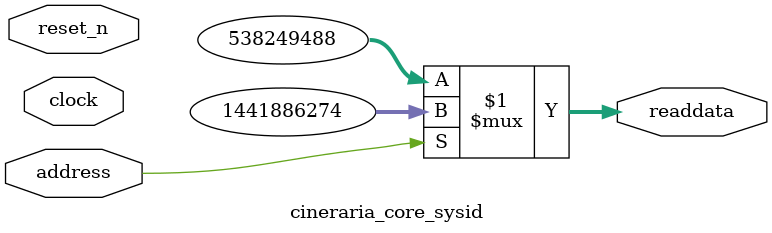
<source format=v>

`timescale 1ns / 1ps
// synthesis translate_on

// turn off superfluous verilog processor warnings 
// altera message_level Level1 
// altera message_off 10034 10035 10036 10037 10230 10240 10030 

module cineraria_core_sysid (
               // inputs:
                address,
                clock,
                reset_n,

               // outputs:
                readdata
             )
;

  output  [ 31: 0] readdata;
  input            address;
  input            clock;
  input            reset_n;

  wire    [ 31: 0] readdata;
  //control_slave, which is an e_avalon_slave
  assign readdata = address ? 1441886274 : 538249488;

endmodule




</source>
